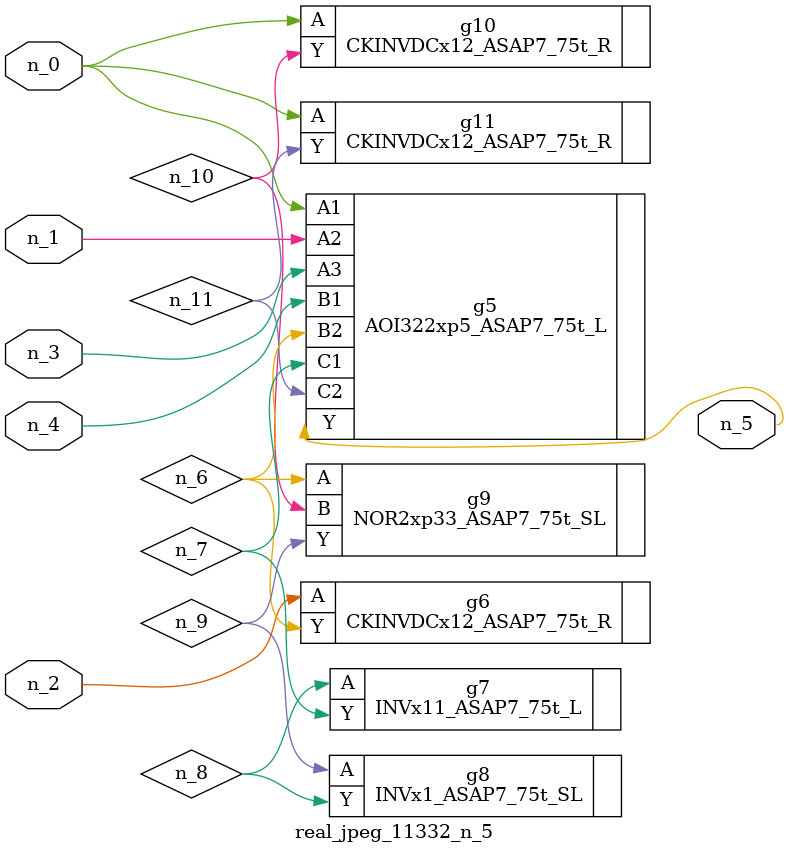
<source format=v>
module real_jpeg_11332_n_5 (n_4, n_0, n_1, n_2, n_3, n_5);

input n_4;
input n_0;
input n_1;
input n_2;
input n_3;

output n_5;

wire n_8;
wire n_11;
wire n_6;
wire n_7;
wire n_10;
wire n_9;

AOI322xp5_ASAP7_75t_L g5 ( 
.A1(n_0),
.A2(n_1),
.A3(n_3),
.B1(n_4),
.B2(n_6),
.C1(n_7),
.C2(n_11),
.Y(n_5)
);

CKINVDCx12_ASAP7_75t_R g10 ( 
.A(n_0),
.Y(n_10)
);

CKINVDCx12_ASAP7_75t_R g11 ( 
.A(n_0),
.Y(n_11)
);

CKINVDCx12_ASAP7_75t_R g6 ( 
.A(n_2),
.Y(n_6)
);

NOR2xp33_ASAP7_75t_SL g9 ( 
.A(n_6),
.B(n_10),
.Y(n_9)
);

INVx11_ASAP7_75t_L g7 ( 
.A(n_8),
.Y(n_7)
);

INVx1_ASAP7_75t_SL g8 ( 
.A(n_9),
.Y(n_8)
);


endmodule
</source>
